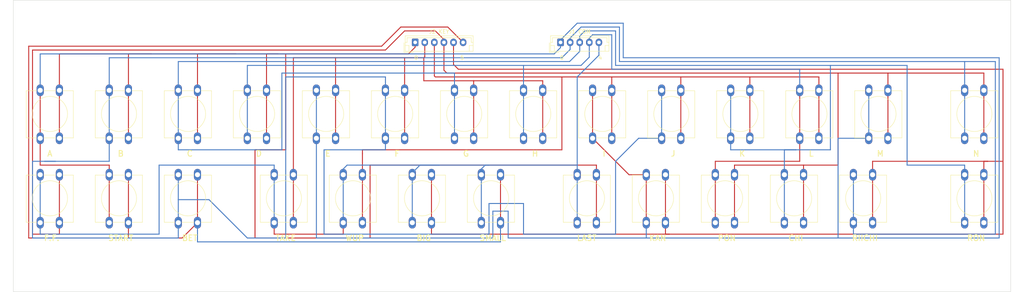
<source format=kicad_pcb>
(kicad_pcb (version 20211014) (generator pcbnew)
  (layers (0 "F.Cu" signal) (31 "B.Cu" signal) (34 "B.Paste" user) (35 "F.Paste" user) (36 "B.SilkS" user "B.Silkscreen") (37 "F.SilkS" user "F.Silkscreen") (38 "B.Mask" user) (39 "F.Mask" user) (44 "Edge.Cuts" user))
  (net 0 "")
  (net 1 "COM0-3")
  (net 2 "COM1-2")
  (net 3 "COM2-6")
  (net 4 "COM3-10")
  (net 5 "COM4-7")
  (net 6 "KEY0-4")
  (net 7 "KEY1-5")
  (net 8 "KEY2-8")
  (net 9 "KEY3-9")
  (net 10 "KEY4-11")
  (net 11 "KEY5-1")
  (footprint "Button_Switch_THT:SW_PUSH-12mm" (layer "F.Cu") (at 153 55 90)
    (fp_text reference "H" (at -4 3 180) (layer "F.SilkS") (effects (font (size 1.5 1.5) (thickness 0.25))))
    (fp_text value "SW_H")
    (pad "1" thru_hole oval (at 12.5 0 90) (size 3.048 1.85) (drill 1.3) (layers *.Cu *.Mask) (net 4 "COM3-10"))
    (pad "1" thru_hole oval (at 0 0 90) (size 3.048 1.85) (drill 1.3) (layers *.Cu *.Mask) (net 4 "COM3-10"))
    (pad "2" thru_hole oval (at 0 5 90) (size 3.048 1.85) (drill 1.3) (layers *.Cu *.Mask) (net 7 "KEY1-5"))
    (pad "2" thru_hole oval (at 12.5 5 90) (size 3.048 1.85) (drill 1.3) (layers *.Cu *.Mask) (net 7 "KEY1-5"))
  )
  (footprint "MountingHole:MountingHole_3.2mm_M3" (layer "F.Cu") (at 26 89)
    (fp_text reference "REF**" hide)
    (fp_text value "MountingHole_3.2mm_M3")
    (pad "" np_thru_hole circle (at 0 0) (size 3.2 3.2) (drill 3.2) (layers *.Cu *.Mask))
  )
  (footprint "MountingHole:MountingHole_3.2mm_M3" (layer "F.Cu") (at 150 25)
    (fp_text reference "REF**" hide)
    (fp_text value "MountingHole_3.2mm_M3")
    (pad "" np_thru_hole circle (at 0 0) (size 3.2 3.2) (drill 3.2) (layers *.Cu *.Mask))
  )
  (footprint "Button_Switch_THT:SW_PUSH-12mm" (layer "F.Cu") (at 63 55 90)
    (fp_text reference "C" (at -4 3 180) (layer "F.SilkS") (effects (font (size 1.5 1.5) (thickness 0.25))))
    (fp_text value "SW_C")
    (pad "1" thru_hole oval (at 0 0 90) (size 3.048 1.85) (drill 1.3) (layers *.Cu *.Mask) (net 3 "COM2-6"))
    (pad "1" thru_hole oval (at 12.5 0 90) (size 3.048 1.85) (drill 1.3) (layers *.Cu *.Mask) (net 3 "COM2-6"))
    (pad "2" thru_hole oval (at 12.5 5 90) (size 3.048 1.85) (drill 1.3) (layers *.Cu *.Mask) (net 6 "KEY0-4"))
    (pad "2" thru_hole oval (at 0 5 90) (size 3.048 1.85) (drill 1.3) (layers *.Cu *.Mask) (net 6 "KEY0-4"))
  )
  (footprint "Button_Switch_THT:SW_PUSH-12mm" (layer "F.Cu") (at 171 55 90)
    (fp_text reference "I" (at -4 3 180) (layer "F.SilkS") (effects (font (size 1.5 1.5) (thickness 0.25))))
    (fp_text value "SW_I")
    (pad "1" thru_hole oval (at 0 0 90) (size 3.048 1.85) (drill 1.3) (layers *.Cu *.Mask) (net 1 "COM0-3"))
    (pad "1" thru_hole oval (at 12.5 0 90) (size 3.048 1.85) (drill 1.3) (layers *.Cu *.Mask) (net 1 "COM0-3"))
    (pad "2" thru_hole oval (at 0 5 90) (size 3.048 1.85) (drill 1.3) (layers *.Cu *.Mask) (net 8 "KEY2-8"))
    (pad "2" thru_hole oval (at 12.5 5 90) (size 3.048 1.85) (drill 1.3) (layers *.Cu *.Mask) (net 8 "KEY2-8"))
  )
  (footprint "Button_Switch_THT:SW_PUSH-12mm" (layer "F.Cu") (at 239 77 90)
    (fp_text reference "RIICHI" (at -4 3 180) (layer "F.SilkS") (effects (font (size 1.5 1.5) (thickness 0.25))))
    (fp_text value "SW_REACH")
    (pad "1" thru_hole oval (at 0 0 90) (size 3.048 1.85) (drill 1.3) (layers *.Cu *.Mask) (net 2 "COM1-2"))
    (pad "1" thru_hole oval (at 12.5 0 90) (size 3.048 1.85) (drill 1.3) (layers *.Cu *.Mask) (net 2 "COM1-2"))
    (pad "2" thru_hole oval (at 0 5 90) (size 3.048 1.85) (drill 1.3) (layers *.Cu *.Mask) (net 10 "KEY4-11"))
    (pad "2" thru_hole oval (at 12.5 5 90) (size 3.048 1.85) (drill 1.3) (layers *.Cu *.Mask) (net 10 "KEY4-11"))
  )
  (footprint "Button_Switch_THT:SW_PUSH-12mm" (layer "F.Cu") (at 268 77 90)
    (fp_text reference "RON" (at -4 3 180) (layer "F.SilkS") (effects (font (size 1.5 1.5) (thickness 0.25))))
    (fp_text value "SW_RON")
    (pad "1" thru_hole oval (at 12.5 0 90) (size 3.048 1.85) (drill 1.3) (layers *.Cu *.Mask) (net 3 "COM2-6"))
    (pad "1" thru_hole oval (at 0 0 90) (size 3.048 1.85) (drill 1.3) (layers *.Cu *.Mask) (net 3 "COM2-6"))
    (pad "2" thru_hole oval (at 0 5 90) (size 3.048 1.85) (drill 1.3) (layers *.Cu *.Mask) (net 10 "KEY4-11"))
    (pad "2" thru_hole oval (at 12.5 5 90) (size 3.048 1.85) (drill 1.3) (layers *.Cu *.Mask) (net 10 "KEY4-11"))
  )
  (footprint "Button_Switch_THT:SW_PUSH-12mm" (layer "F.Cu") (at 185 77 90)
    (fp_text reference "KAN" (at -4 3 180) (layer "F.SilkS") (effects (font (size 1.5 1.5) (thickness 0.25))))
    (fp_text value "SW_KAN")
    (pad "1" thru_hole oval (at 0 0 90) (size 3.048 1.85) (drill 1.3) (layers *.Cu *.Mask) (net 1 "COM0-3"))
    (pad "1" thru_hole oval (at 12.5 0 90) (size 3.048 1.85) (drill 1.3) (layers *.Cu *.Mask) (net 1 "COM0-3"))
    (pad "2" thru_hole oval (at 12.5 5 90) (size 3.048 1.85) (drill 1.3) (layers *.Cu *.Mask) (net 10 "KEY4-11"))
    (pad "2" thru_hole oval (at 0 5 90) (size 3.048 1.85) (drill 1.3) (layers *.Cu *.Mask) (net 10 "KEY4-11"))
  )
  (footprint "MountingHole:MountingHole_3.2mm_M3" (layer "F.Cu") (at 274 25)
    (fp_text reference "REF**" hide)
    (fp_text value "MountingHole_3.2mm_M3")
    (pad "" np_thru_hole circle (at 0 0) (size 3.2 3.2) (drill 3.2) (layers *.Cu *.Mask))
  )
  (footprint "MountingHole:MountingHole_3.2mm_M3" (layer "F.Cu") (at 88 89)
    (fp_text reference "REF**" hide)
    (fp_text value "MountingHole_3.2mm_M3")
    (pad "" np_thru_hole circle (at 0 0) (size 3.2 3.2) (drill 3.2) (layers *.Cu *.Mask))
  )
  (footprint "Button_Switch_THT:SW_PUSH-12mm" (layer "F.Cu") (at 167 77 90)
    (fp_text reference "LAST" (at -4 2.5 180) (layer "F.SilkS") (effects (font (size 1.5 1.5) (thickness 0.25))))
    (fp_text value "SW_LAST")
    (pad "1" thru_hole oval (at 12.5 0 90) (size 3.048 1.85) (drill 1.3) (layers *.Cu *.Mask) (net 5 "COM4-7"))
    (pad "1" thru_hole oval (at 0 0 90) (size 3.048 1.85) (drill 1.3) (layers *.Cu *.Mask) (net 5 "COM4-7"))
    (pad "2" thru_hole oval (at 12.5 5 90) (size 3.048 1.85) (drill 1.3) (layers *.Cu *.Mask) (net 6 "KEY0-4"))
    (pad "2" thru_hole oval (at 0 5 90) (size 3.048 1.85) (drill 1.3) (layers *.Cu *.Mask) (net 6 "KEY0-4"))
  )
  (footprint "Button_Switch_THT:SW_PUSH-12mm" (layer "F.Cu") (at 81 55 90)
    (fp_text reference "D" (at -4 3 180) (layer "F.SilkS") (effects (font (size 1.5 1.5) (thickness 0.25))))
    (fp_text value "SW_D")
    (pad "1" thru_hole oval (at 0 0 90) (size 3.048 1.85) (drill 1.3) (layers *.Cu *.Mask) (net 4 "COM3-10"))
    (pad "1" thru_hole oval (at 12.5 0 90) (size 3.048 1.85) (drill 1.3) (layers *.Cu *.Mask) (net 4 "COM3-10"))
    (pad "2" thru_hole oval (at 0 5 90) (size 3.048 1.85) (drill 1.3) (layers *.Cu *.Mask) (net 6 "KEY0-4"))
    (pad "2" thru_hole oval (at 12.5 5 90) (size 3.048 1.85) (drill 1.3) (layers *.Cu *.Mask) (net 6 "KEY0-4"))
  )
  (footprint "Button_Switch_THT:SW_PUSH-12mm" (layer "F.Cu") (at 207 55 90)
    (fp_text reference "K" (at -4 3 180) (layer "F.SilkS") (effects (font (size 1.5 1.5) (thickness 0.25))))
    (fp_text value "SW_K")
    (pad "1" thru_hole oval (at 0 0 90) (size 3.048 1.85) (drill 1.3) (layers *.Cu *.Mask) (net 3 "COM2-6"))
    (pad "1" thru_hole oval (at 12.5 0 90) (size 3.048 1.85) (drill 1.3) (layers *.Cu *.Mask) (net 3 "COM2-6"))
    (pad "2" thru_hole oval (at 0 5 90) (size 3.048 1.85) (drill 1.3) (layers *.Cu *.Mask) (net 8 "KEY2-8"))
    (pad "2" thru_hole oval (at 12.5 5 90) (size 3.048 1.85) (drill 1.3) (layers *.Cu *.Mask) (net 8 "KEY2-8"))
  )
  (footprint "Button_Switch_THT:SW_PUSH-12mm" (layer "F.Cu") (at 203 77 90)
    (fp_text reference "PON" (at -4 3 180) (layer "F.SilkS") (effects (font (size 1.5 1.5) (thickness 0.25))))
    (fp_text value "SW_PON")
    (pad "1" thru_hole oval (at 0 0 90) (size 3.048 1.85) (drill 1.3) (layers *.Cu *.Mask) (net 4 "COM3-10"))
    (pad "1" thru_hole oval (at 12.5 0 90) (size 3.048 1.85) (drill 1.3) (layers *.Cu *.Mask) (net 4 "COM3-10"))
    (pad "2" thru_hole oval (at 0 5 90) (size 3.048 1.85) (drill 1.3) (layers *.Cu *.Mask) (net 9 "KEY3-9"))
    (pad "2" thru_hole oval (at 12.5 5 90) (size 3.048 1.85) (drill 1.3) (layers *.Cu *.Mask) (net 9 "KEY3-9"))
  )
  (footprint "Button_Switch_THT:SW_PUSH-12mm" (layer "F.Cu") (at 124 77 90)
    (fp_text reference "BIG" (at -4 3 180) (layer "F.SilkS") (effects (font (size 1.5 1.5) (thickness 0.25))))
    (fp_text value "SW_BIG")
    (pad "1" thru_hole oval (at 12.5 0 90) (size 3.048 1.85) (drill 1.3) (layers *.Cu *.Mask) (net 5 "COM4-7"))
    (pad "1" thru_hole oval (at 0 0 90) (size 3.048 1.85) (drill 1.3) (layers *.Cu *.Mask) (net 5 "COM4-7"))
    (pad "2" thru_hole oval (at 0 5 90) (size 3.048 1.85) (drill 1.3) (layers *.Cu *.Mask) (net 10 "KEY4-11"))
    (pad "2" thru_hole oval (at 12.5 5 90) (size 3.048 1.85) (drill 1.3) (layers *.Cu *.Mask) (net 10 "KEY4-11"))
  )
  (footprint "Button_Switch_THT:SW_PUSH-12mm" (layer "F.Cu") (at 268 55 90)
    (fp_text reference "N" (at -4 3 180) (layer "F.SilkS") (effects (font (size 1.5 1.5) (thickness 0.25))))
    (fp_text value "SW_N")
    (pad "1" thru_hole oval (at 12.5 0 90) (size 3.048 1.85) (drill 1.3) (layers *.Cu *.Mask) (net 2 "COM1-2"))
    (pad "1" thru_hole oval (at 0 0 90) (size 3.048 1.85) (drill 1.3) (layers *.Cu *.Mask) (net 2 "COM1-2"))
    (pad "2" thru_hole oval (at 12.5 5 90) (size 3.048 1.85) (drill 1.3) (layers *.Cu *.Mask) (net 9 "KEY3-9"))
    (pad "2" thru_hole oval (at 0 5 90) (size 3.048 1.85) (drill 1.3) (layers *.Cu *.Mask) (net 9 "KEY3-9"))
  )
  (footprint "Button_Switch_THT:SW_PUSH-12mm" (layer "F.Cu") (at 117 55 90)
    (fp_text reference "F" (at -4 3 180) (layer "F.SilkS") (effects (font (size 1.5 1.5) (thickness 0.25))))
    (fp_text value "SW_F")
    (pad "1" thru_hole oval (at 12.5 0 90) (size 3.048 1.85) (drill 1.3) (layers *.Cu *.Mask) (net 2 "COM1-2"))
    (pad "1" thru_hole oval (at 0 0 90) (size 3.048 1.85) (drill 1.3) (layers *.Cu *.Mask) (net 2 "COM1-2"))
    (pad "2" thru_hole oval (at 0 5 90) (size 3.048 1.85) (drill 1.3) (layers *.Cu *.Mask) (net 7 "KEY1-5"))
    (pad "2" thru_hole oval (at 12.5 5 90) (size 3.048 1.85) (drill 1.3) (layers *.Cu *.Mask) (net 7 "KEY1-5"))
  )
  (footprint "Button_Switch_THT:SW_PUSH-12mm" (layer "F.Cu") (at 88 77 90)
    (fp_text reference "TAKE" (at -4 3 180) (layer "F.SilkS") (effects (font (size 1.5 1.5) (thickness 0.25))))
    (fp_text value "SW_TAKE")
    (pad "1" thru_hole oval (at 12.5 0 90) (size 3.048 1.85) (drill 1.3) (layers *.Cu *.Mask) (net 5 "COM4-7"))
    (pad "1" thru_hole oval (at 0 0 90) (size 3.048 1.85) (drill 1.3) (layers *.Cu *.Mask) (net 5 "COM4-7"))
    (pad "2" thru_hole oval (at 0 5 90) (size 3.048 1.85) (drill 1.3) (layers *.Cu *.Mask) (net 7 "KEY1-5"))
    (pad "2" thru_hole oval (at 12.5 5 90) (size 3.048 1.85) (drill 1.3) (layers *.Cu *.Mask) (net 7 "KEY1-5"))
  )
  (footprint "Button_Switch_THT:SW_PUSH-12mm" (layer "F.Cu") (at 135 55 90)
    (fp_text reference "G" (at -4 3 180) (layer "F.SilkS") (effects (font (size 1.5 1.5) (thickness 0.25))))
    (fp_text value "SW_G")
    (pad "1" thru_hole oval (at 12.5 0 90) (size 3.048 1.85) (drill 1.3) (layers *.Cu *.Mask) (net 3 "COM2-6"))
    (pad "1" thru_hole oval (at 0 0 90) (size 3.048 1.85) (drill 1.3) (layers *.Cu *.Mask) (net 3 "COM2-6"))
    (pad "2" thru_hole oval (at 0 5 90) (size 3.048 1.85) (drill 1.3) (layers *.Cu *.Mask) (net 7 "KEY1-5"))
    (pad "2" thru_hole oval (at 12.5 5 90) (size 3.048 1.85) (drill 1.3) (layers *.Cu *.Mask) (net 7 "KEY1-5"))
  )
  (footprint "MountingHole:MountingHole_3.2mm_M3" (layer "F.Cu") (at 88 25)
    (fp_text reference "REF**" hide)
    (fp_text value "MountingHole_3.2mm_M3")
    (pad "" np_thru_hole circle (at 0 0) (size 3.2 3.2) (drill 3.2) (layers *.Cu *.Mask))
  )
  (footprint "Button_Switch_THT:SW_PUSH-12mm" (layer "F.Cu") (at 63 77 90)
    (fp_text reference "BET" (at -4 3 180) (layer "F.SilkS") (effects (font (size 1.5 1.5) (thickness 0.25))))
    (fp_text value "SW_BET")
    (pad "1" thru_hole oval (at 12.5 0 90) (size 3.048 1.85) (drill 1.3) (layers *.Cu *.Mask) (net 2 "COM1-2"))
    (pad "1" thru_hole oval (at 0 0 90) (size 3.048 1.85) (drill 1.3) (layers *.Cu *.Mask) (net 2 "COM1-2"))
    (pad "2" thru_hole oval (at 12.5 5 90) (size 3.048 1.85) (drill 1.3) (layers *.Cu *.Mask) (net 11 "KEY5-1"))
    (pad "2" thru_hole oval (at 0 5 90) (size 3.048 1.85) (drill 1.3) (layers *.Cu *.Mask) (net 11 "KEY5-1"))
  )
  (footprint "MountingHole:MountingHole_3.2mm_M3" (layer "F.Cu") (at 212 25)
    (fp_text reference "REF**" hide)
    (fp_text value "MountingHole_3.2mm_M3")
    (pad "" np_thru_hole circle (at 0 0) (size 3.2 3.2) (drill 3.2) (layers *.Cu *.Mask))
  )
  (footprint "MountingHole:MountingHole_3.2mm_M3" (layer "F.Cu") (at 274 89)
    (fp_text reference "REF**" hide)
    (fp_text value "MountingHole_3.2mm_M3")
    (pad "" np_thru_hole circle (at 0 0) (size 3.2 3.2) (drill 3.2) (layers *.Cu *.Mask))
  )
  (footprint "Connector_JST:JST_EH_B6B-EH-A_1x06_P2.50mm_Vertical" (layer "F.Cu") (at 124.75 30)
    (fp_text reference "J2 KEY" (at 6.25 -2.8) (layer "F.SilkS"))
    (fp_text value "Conn_01x06")
    (pad "1" thru_hole roundrect (at 0 0) (size 1.7 1.95) (drill 0.95) (layers *.Cu *.Mask) (roundrect_rratio 0.1470588235) (net 6 "KEY0-4"))
    (pad "2" thru_hole oval (at 2.5 0) (size 1.7 1.95) (drill 0.95) (layers *.Cu *.Mask) (net 7 "KEY1-5"))
    (pad "3" thru_hole oval (at 5 0) (size 1.7 1.95) (drill 0.95) (layers *.Cu *.Mask) (net 8 "KEY2-8"))
    (pad "4" thru_hole oval (at 7.5 0) (size 1.7 1.95) (drill 0.95) (layers *.Cu *.Mask) (net 9 "KEY3-9"))
    (pad "5" thru_hole oval (at 10 0) (size 1.7 1.95) (drill 0.95) (layers *.Cu *.Mask) (net 10 "KEY4-11"))
    (pad "6" thru_hole oval (at 12.5 0) (size 1.7 1.95) (drill 0.95) (layers *.Cu *.Mask) (net 11 "KEY5-1"))
  )
  (footprint "Button_Switch_THT:SW_PUSH-12mm" (layer "F.Cu") (at 27 77 90)
    (fp_text reference "F.F." (at -4 3 180) (layer "F.SilkS") (effects (font (size 1.5 1.5) (thickness 0.25))))
    (fp_text value "SW_F.F.")
    (pad "1" thru_hole oval (at 12.5 0 90) (size 3.048 1.85) (drill 1.3) (layers *.Cu *.Mask) (net 5 "COM4-7"))
    (pad "1" thru_hole oval (at 0 0 90) (size 3.048 1.85) (drill 1.3) (layers *.Cu *.Mask) (net 5 "COM4-7"))
    (pad "2" thru_hole oval (at 12.5 5 90) (size 3.048 1.85) (drill 1.3) (layers *.Cu *.Mask) (net 9 "KEY3-9"))
    (pad "2" thru_hole oval (at 0 5 90) (size 3.048 1.85) (drill 1.3) (layers *.Cu *.Mask) (net 9 "KEY3-9"))
  )
  (footprint "MountingHole:MountingHole_3.2mm_M3" (layer "F.Cu") (at 150 89)
    (fp_text reference "REF**" hide)
    (fp_text value "MountingHole_3.2mm_M3")
    (pad "" np_thru_hole circle (at 0 0) (size 3.2 3.2) (drill 3.2) (layers *.Cu *.Mask))
  )
  (footprint "Button_Switch_THT:SW_PUSH-12mm" (layer "F.Cu") (at 106 77 90)
    (fp_text reference "WUP" (at -4 3 180) (layer "F.SilkS") (effects (font (size 1.5 1.5) (thickness 0.25))))
    (fp_text value "SW_WUP")
    (pad "1" thru_hole oval (at 0 0 90) (size 3.048 1.85) (drill 1.3) (layers *.Cu *.Mask) (net 5 "COM4-7"))
    (pad "1" thru_hole oval (at 12.5 0 90) (size 3.048 1.85) (drill 1.3) (layers *.Cu *.Mask) (net 5 "COM4-7"))
    (pad "2" thru_hole oval (at 0 5 90) (size 3.048 1.85) (drill 1.3) (layers *.Cu *.Mask) (net 8 "KEY2-8"))
    (pad "2" thru_hole oval (at 12.5 5 90) (size 3.048 1.85) (drill 1.3) (layers *.Cu *.Mask) (net 8 "KEY2-8"))
  )
  (footprint "Button_Switch_THT:SW_PUSH-12mm" (layer "F.Cu") (at 45 77 90)
    (fp_text reference "START" (at -4 3 180) (layer "F.SilkS") (effects (font (size 1.5 1.5) (thickness 0.25))))
    (fp_text value "SW_START")
    (pad "1" thru_hole oval (at 0 0 90) (size 3.048 1.85) (drill 1.3) (layers *.Cu *.Mask) (net 1 "COM0-3"))
    (pad "1" thru_hole oval (at 12.5 0 90) (size 3.048 1.85) (drill 1.3) (layers *.Cu *.Mask) (net 1 "COM0-3"))
    (pad "2" thru_hole oval (at 12.5 5 90) (size 3.048 1.85) (drill 1.3) (layers *.Cu *.Mask) (net 11 "KEY5-1"))
    (pad "2" thru_hole oval (at 0 5 90) (size 3.048 1.85) (drill 1.3) (layers *.Cu *.Mask) (net 11 "KEY5-1"))
  )
  (footprint "Button_Switch_THT:SW_PUSH-12mm" (layer "F.Cu") (at 243 55 90)
    (fp_text reference "M" (at -4 3 180) (layer "F.SilkS") (effects (font (size 1.5 1.5) (thickness 0.25))))
    (fp_text value "SW_M")
    (pad "1" thru_hole oval (at 0 0 90) (size 3.048 1.85) (drill 1.3) (layers *.Cu *.Mask) (net 1 "COM0-3"))
    (pad "1" thru_hole oval (at 12.5 0 90) (size 3.048 1.85) (drill 1.3) (layers *.Cu *.Mask) (net 1 "COM0-3"))
    (pad "2" thru_hole oval (at 12.5 5 90) (size 3.048 1.85) (drill 1.3) (layers *.Cu *.Mask) (net 9 "KEY3-9"))
    (pad "2" thru_hole oval (at 0 5 90) (size 3.048 1.85) (drill 1.3) (layers *.Cu *.Mask) (net 9 "KEY3-9"))
  )
  (footprint "MountingHole:MountingHole_3.2mm_M3" (layer "F.Cu") (at 26 25)
    (fp_text reference "REF**" hide)
    (fp_text value "MountingHole_3.2mm_M3")
    (pad "" np_thru_hole circle (at 0 0) (size 3.2 3.2) (drill 3.2) (layers *.Cu *.Mask))
  )
  (footprint "Button_Switch_THT:SW_PUSH-12mm" (layer "F.Cu") (at 225 55 90)
    (fp_text reference "L" (at -4 3 180) (layer "F.SilkS") (effects (font (size 1.5 1.5) (thickness 0.25))))
    (fp_text value "SW_L")
    (pad "1" thru_hole oval (at 12.5 0 90) (size 3.048 1.85) (drill 1.3) (layers *.Cu *.Mask) (net 4 "COM3-10"))
    (pad "1" thru_hole oval (at 0 0 90) (size 3.048 1.85) (drill 1.3) (layers *.Cu *.Mask) (net 4 "COM3-10"))
    (pad "2" thru_hole oval (at 12.5 5 90) (size 3.048 1.85) (drill 1.3) (layers *.Cu *.Mask) (net 8 "KEY2-8"))
    (pad "2" thru_hole oval (at 0 5 90) (size 3.048 1.85) (drill 1.3) (layers *.Cu *.Mask) (net 8 "KEY2-8"))
  )
  (footprint "Button_Switch_THT:SW_PUSH-12mm" (layer "F.Cu") (at 221 77 90)
    (fp_text reference "CHI" (at -4 3 180) (layer "F.SilkS") (effects (font (size 1.5 1.5) (thickness 0.25))))
    (fp_text value "SW_CHI")
    (pad "1" thru_hole oval (at 0 0 90) (size 3.048 1.85) (drill 1.3) (layers *.Cu *.Mask) (net 3 "COM2-6"))
    (pad "1" thru_hole oval (at 12.5 0 90) (size 3.048 1.85) (drill 1.3) (layers *.Cu *.Mask) (net 3 "COM2-6"))
    (pad "2" thru_hole oval (at 12.5 5 90) (size 3.048 1.85) (drill 1.3) (layers *.Cu *.Mask) (net 9 "KEY3-9"))
    (pad "2" thru_hole oval (at 0 5 90) (size 3.048 1.85) (drill 1.3) (layers *.Cu *.Mask) (net 9 "KEY3-9"))
  )
  (footprint "Button_Switch_THT:SW_PUSH-12mm" (layer "F.Cu") (at 45 55 90)
    (fp_text reference "B" (at -4 3 180) (layer "F.SilkS") (effects (font (size 1.5 1.5) (thickness 0.25))))
    (fp_text value "SW_B")
    (pad "1" thru_hole oval (at 12.5 0 90) (size 3.048 1.85) (drill 1.3) (layers *.Cu *.Mask) (net 2 "COM1-2"))
    (pad "1" thru_hole oval (at 0 0 90) (size 3.048 1.85) (drill 1.3) (layers *.Cu *.Mask) (net 2 "COM1-2"))
    (pad "2" thru_hole oval (at 12.5 5 90) (size 3.048 1.85) (drill 1.3) (layers *.Cu *.Mask) (net 6 "KEY0-4"))
    (pad "2" thru_hole oval (at 0 5 90) (size 3.048 1.85) (drill 1.3) (layers *.Cu *.Mask) (net 6 "KEY0-4"))
  )
  (footprint "Button_Switch_THT:SW_PUSH-12mm" (layer "F.Cu") (at 27 55 90)
    (fp_text reference "A" (at -4 2.5 180) (layer "F.SilkS") (effects (font (size 1.5 1.5) (thickness 0.25))))
    (fp_text value "SW_A")
    (pad "1" thru_hole oval (at 0 0 90) (size 3.048 1.85) (drill 1.3) (layers *.Cu *.Mask) (net 1 "COM0-3"))
    (pad "1" thru_hole oval (at 12.5 0 90) (size 3.048 1.85) (drill 1.3) (layers *.Cu *.Mask) (net 1 "COM0-3"))
    (pad "2" thru_hole oval (at 0 5 90) (size 3.048 1.85) (drill 1.3) (layers *.Cu *.Mask) (net 6 "KEY0-4"))
    (pad "2" thru_hole oval (at 12.5 5 90) (size 3.048 1.85) (drill 1.3) (layers *.Cu *.Mask) (net 6 "KEY0-4"))
  )
  (footprint "Connector_JST:JST_EH_B5B-EH-A_1x05_P2.50mm_Vertical" (layer "F.Cu") (at 162.65 30)
    (fp_text reference "J1 COM" (at 5 -2.8) (layer "F.SilkS"))
    (fp_text value "Conn_01x05")
    (pad "1" thru_hole roundrect (at 0 0) (size 1.7 1.95) (drill 0.95) (layers *.Cu *.Mask) (roundrect_rratio 0.1470588235) (net 1 "COM0-3"))
    (pad "2" thru_hole oval (at 2.5 0) (size 1.7 1.95) (drill 0.95) (layers *.Cu *.Mask) (net 2 "COM1-2"))
    (pad "3" thru_hole oval (at 5 0) (size 1.7 1.95) (drill 0.95) (layers *.Cu *.Mask) (net 3 "COM2-6"))
    (pad "4" thru_hole oval (at 7.5 0) (size 1.7 1.95) (drill 0.95) (layers *.Cu *.Mask) (net 4 "COM3-10"))
    (pad "5" thru_hole oval (at 10 0) (size 1.7 1.95) (drill 0.95) (layers *.Cu *.Mask) (net 5 "COM4-7"))
  )
  (footprint "Button_Switch_THT:SW_PUSH-12mm" (layer "F.Cu") (at 99 55 90)
    (fp_text reference "E" (at -4 3 180) (layer "F.SilkS") (effects (font (size 1.5 1.5) (thickness 0.25))))
    (fp_text value "SW_E")
    (pad "1" thru_hole oval (at 0 0 90) (size 3.048 1.85) (drill 1.3) (layers *.Cu *.Mask) (net 1 "COM0-3"))
    (pad "1" thru_hole oval (at 12.5 0 90) (size 3.048 1.85) (drill 1.3) (layers *.Cu *.Mask) (net 1 "COM0-3"))
    (pad "2" thru_hole oval (at 0 5 90) (size 3.048 1.85) (drill 1.3) (layers *.Cu *.Mask) (net 7 "KEY1-5"))
    (pad "2" thru_hole oval (at 12.5 5 90) (size 3.048 1.85) (drill 1.3) (layers *.Cu *.Mask) (net 7 "KEY1-5"))
  )
  (footprint "Button_Switch_THT:SW_PUSH-12mm" (layer "F.Cu") (at 142 77 90)
    (fp_text reference "SMALL" (at -4 3 180) (layer "F.SilkS") (effects (font (size 1.5 1.5) (thickness 0.25))))
    (fp_text value "SW_SMALL")
    (pad "1" thru_hole oval (at 12.5 0 90) (size 3.048 1.85) (drill 1.3) (layers *.Cu *.Mask) (net 5 "COM4-7"))
    (pad "1" thru_hole oval (at 0 0 90) (size 3.048 1.85) (drill 1.3) (layers *.Cu *.Mask) (net 5 "COM4-7"))
    (pad "2" thru_hole oval (at 12.5 5 90) (size 3.048 1.85) (drill 1.3) (layers *.Cu *.Mask) (net 11 "KEY5-1"))
    (pad "2" thru_hole oval (at 0 5 90) (size 3.048 1.85) (drill 1.3) (layers *.Cu *.Mask) (net 11 "KEY5-1"))
  )
  (footprint "MountingHole:MountingHole_3.2mm_M3" (layer "F.Cu") (at 212 89)
    (fp_text reference "REF**" hide)
    (fp_text value "MountingHole_3.2mm_M3")
    (pad "" np_thru_hole circle (at 0 0) (size 3.2 3.2) (drill 3.2) (layers *.Cu *.Mask))
  )
  (footprint "Button_Switch_THT:SW_PUSH-12mm" (layer "F.Cu") (at 189 55 90)
    (fp_text reference "J" (at -4 3 180) (layer "F.SilkS") (effects (font (size 1.5 1.5) (thickness 0.25))))
    (fp_text value "SW_J")
    (pad "1" thru_hole oval (at 12.5 0 90) (size 3.048 1.85) (drill 1.3) (layers *.Cu *.Mask) (net 2 "COM1-2"))
    (pad "1" thru_hole oval (at 0 0 90) (size 3.048 1.85) (drill 1.3) (layers *.Cu *.Mask) (net 2 "COM1-2"))
    (pad "2" thru_hole oval (at 12.5 5 90) (size 3.048 1.85) (drill 1.3) (layers *.Cu *.Mask) (net 8 "KEY2-8"))
    (pad "2" thru_hole oval (at 0 5 90) (size 3.048 1.85) (drill 1.3) (layers *.Cu *.Mask) (net 8 "KEY2-8"))
  )
  (gr_rect (start 20 19) (end 280 95) (layer "Edge.Cuts") (width 0.1) (fill none))
  (gr_text "5" (at 137 34) (layer "F.SilkS") (effects (font (size 1 1))))
  (gr_text "4" (at 173 34) (layer "F.SilkS") (effects (font (size 1 1))))
  (gr_text "0" (at 163 34) (layer "F.SilkS") (effects (font (size 1 1))))
  (gr_text "0" (at 125 34) (layer "F.SilkS") (effects (font (size 1 1))))
  (segment (start 27 55) (end 27 42.5) (width 0.25) (layer "F.Cu") (net 1))
  (segment (start 171 42.5) (end 171 55) (width 0.25) (layer "F.Cu") (net 1))
  (segment (start 180.5 64.5) (end 171 55) (width 0.25) (layer "F.Cu") (net 1))
  (segment (start 45 77) (end 45 64.5) (width 0.25) (layer "F.Cu") (net 1))
  (segment (start 45 62) (end 27 62) (width 0.25) (layer "F.Cu") (net 1))
  (segment (start 185 64.5) (end 185 77) (width 0.25) (layer "F.Cu") (net 1))
  (segment (start 185 64.5) (end 180.5 64.5) (width 0.25) (layer "F.Cu") (net 1))
  (segment (start 27 62) (end 27 55) (width 0.25) (layer "F.Cu") (net 1))
  (segment (start 45 64.5) (end 45 62) (width 0.25) (layer "F.Cu") (net 1))
  (segment (start 235 80) (end 235 81) (width 0.25) (layer "B.Cu") (net 1))
  (segment (start 145 81) (end 145 74) (width 0.25) (layer "B.Cu") (net 1))
  (segment (start 161 33) (end 27 33) (width 0.25) (layer "B.Cu") (net 1))
  (segment (start 145 74) (end 149 74) (width 0.25) (layer "B.Cu") (net 1))
  (segment (start 99 55) (end 99 42.5) (width 0.25) (layer "B.Cu") (net 1))
  (segment (start 179 34) (end 179 25) (width 0.25) (layer "B.Cu") (net 1))
  (segment (start 243 55) (end 243 42.5) (width 0.25) (layer "B.Cu") (net 1))
  (segment (start 179 25) (end 167 25) (width 0.25) (layer "B.Cu") (net 1))
  (segment (start 162.65 30) (end 162.65 31.35) (width 0.25) (layer "B.Cu") (net 1))
  (segment (start 235 55) (end 235 80) (width 0.25) (layer "B.Cu") (net 1))
  (segment (start 149 81) (end 277 81) (width 0.25) (layer "B.Cu") (net 1))
  (segment (start 185 80) (end 185 81) (width 0.25) (layer "B.Cu") (net 1))
  (segment (start 167 25) (end 162.65 29.35) (width 0.25) (layer "B.Cu") (net 1))
  (segment (start 243 55) (end 235 55) (width 0.25) (layer "B.Cu") (net 1))
  (segment (start 99 81) (end 145 81) (width 0.25) (layer "B.Cu") (net 1))
  (segment (start 185 77) (end 185 80) (width 0.25) (layer "B.Cu") (net 1))
  (segment (start 162.65 29.35) (end 162.65 30) (width 0.25) (layer "B.Cu") (net 1))
  (segment (start 99 55) (end 99 81) (width 0.25) (layer "B.Cu") (net 1))
  (segment (start 162.65 31.35) (end 161 33) (width 0.25) (layer "B.Cu") (net 1))
  (segment (start 27 33) (end 27 42.5) (width 0.25) (layer "B.Cu") (net 1))
  (segment (start 149 74) (end 149 81) (width 0.25) (layer "B.Cu") (net 1))
  (segment (start 277 81) (end 277 34) (width 0.25) (layer "B.Cu") (net 1))
  (segment (start 277 34) (end 179 34) (width 0.25) (layer "B.Cu") (net 1))
  (segment (start 177 61) (end 177 80) (width 0.25) (layer "B.Cu") (net 2))
  (segment (start 144 80) (end 101 80) (width 0.25) (layer "B.Cu") (net 2))
  (segment (start 101 80) (end 101 58) (width 0.25) (layer "B.Cu") (net 2))
  (segment (start 165.15 31.85) (end 165.15 30) (width 0.25) (layer "B.Cu") (net 2))
  (segment (start 165.15 28.85) (end 165.15 30) (width 0.25) (layer "B.Cu") (net 2))
  (segment (start 178 35) (end 178 26) (width 0.25) (layer "B.Cu") (net 2))
  (segment (start 239 80) (end 276 80) (width 0.25) (layer "B.Cu") (net 2))
  (segment (start 45 42.5) (end 45 34) (width 0.25) (layer "B.Cu") (net 2))
  (segment (start 63 77) (end 63 81) (width 0.25) (layer "B.Cu") (net 2))
  (segment (start 71 71) (end 63 71) (width 0.25) (layer "B.Cu") (net 2))
  (segment (start 239 64.5) (end 239 77) (width 0.25) (layer "B.Cu") (net 2))
  (segment (start 25 64.133233) (end 25 61) (width 0.25) (layer "B.Cu") (net 2))
  (segment (start 101 58) (end 117 58) (width 0.25) (layer "B.Cu") (net 2))
  (segment (start 63 64.5) (end 63 71) (width 0.25) (layer "B.Cu") (net 2))
  (segment (start 189 42.5) (end 189 55) (width 0.25) (layer "B.Cu") (net 2))
  (segment (start 189 55) (end 183 55) (width 0.25) (layer "B.Cu") (net 2))
  (segment (start 25 61) (end 31 61) (width 0.25) (layer "B.Cu") (net 2))
  (segment (start 45 61) (end 45 55) (width 0.25) (layer "B.Cu") (net 2))
  (segment (start 45 55) (end 45 42.5) (width 0.25) (layer "B.Cu") (net 2))
  (segment (start 268 35) (end 178 35) (width 0.25) (layer "B.Cu") (net 2))
  (segment (start 268 55) (end 268 42.5) (width 0.25) (layer "B.Cu") (net 2))
  (segment (start 178 26) (end 168 26) (width 0.25) (layer "B.Cu") (net 2))
  (segment (start 239 77) (end 239 80) (width 0.25) (layer "B.Cu") (net 2))
  (segment (start 91 39) (end 91 81) (width 0.25) (layer "B.Cu") (net 2))
  (segment (start 117 39) (end 91 39) (width 0.25) (layer "B.Cu") (net 2))
  (segment (start 144 72) (end 144 80) (width 0.25) (layer "B.Cu") (net 2))
  (segment (start 153 80) (end 153 72) (width 0.25) (layer "B.Cu") (net 2))
  (segment (start 276 80) (end 276 35) (width 0.25) (layer "B.Cu") (net 2))
  (segment (start 25 81) (end 25 64.133233) (width 0.25) (layer "B.Cu") (net 2))
  (segment (start 45 34) (end 163 34) (width 0.25) (layer "B.Cu") (net 2))
  (segment (start 117 58) (end 117 55) (width 0.25) (layer "B.Cu") (net 2))
  (segment (start 153 72) (end 144 72) (width 0.25) (layer "B.Cu") (net 2))
  (segment (start 81 81) (end 71 71) (width 0.25) (layer "B.Cu") (net 2))
  (segment (start 63 81) (end 25 81) (width 0.25) (layer "B.Cu") (net 2))
  (segment (start 168 26) (end 165.15 28.85) (width 0.25) (layer "B.Cu") (net 2))
  (segment (start 63 71) (end 63 77) (width 0.25) (layer "B.Cu") (net 2))
  (segment (start 268 42.5) (end 268 35) (width 0.25) (layer "B.Cu") (net 2))
  (segment (start 276 35) (end 268 35) (width 0.25) (layer "B.Cu") (net 2))
  (segment (start 28.133233 61) (end 45 61) (width 0.25) (layer "B.Cu") (net 2))
  (segment (start 117 42.5) (end 117 39) (width 0.25) (layer "B.Cu") (net 2))
  (segment (start 183 55) (end 177 61) (width 0.25) (layer "B.Cu") (net 2))
  (segment (start 177 80) (end 153 80) (width 0.25) (layer "B.Cu") (net 2))
  (segment (start 117 55) (end 117 42.5) (width 0.25) (layer "B.Cu") (net 2))
  (segment (start 163 34) (end 165.15 31.85) (width 0.25) (layer "B.Cu") (net 2))
  (segment (start 91 81) (end 81 81) (width 0.25) (layer "B.Cu") (net 2))
  (segment (start 177 36) (end 177 27) (width 0.25) (layer "B.Cu") (net 3))
  (segment (start 135 38) (end 90 38) (width 0.25) (layer "B.Cu") (net 3))
  (segment (start 221 58) (end 224 58) (width 0.25) (layer "B.Cu") (net 3))
  (segment (start 63 55) (end 63 42.5) (width 0.25) (layer "B.Cu") (net 3))
  (segment (start 135 42.5) (end 135 55) (width 0.25) (layer "B.Cu") (net 3))
  (segment (start 90 38) (end 90 58) (width 0.25) (layer "B.Cu") (net 3))
  (segment (start 207 55) (end 207 58) (width 0.25) (layer "B.Cu") (net 3))
  (segment (start 165 35) (end 167.65 32.35) (width 0.25) (layer "B.Cu") (net 3))
  (segment (start 221 64.5) (end 221 58) (width 0.25) (layer "B.Cu") (net 3))
  (segment (start 63 42.5) (end 63 35) (width 0.25) (layer "B.Cu") (net 3))
  (segment (start 167.65 28.35) (end 167.65 30) (width 0.25) (layer "B.Cu") (net 3))
  (segment (start 221 77) (end 221 64.5) (width 0.25) (layer "B.Cu") (net 3))
  (segment (start 63 58) (end 63 55) (width 0.25) (layer "B.Cu") (net 3))
  (segment (start 207 55) (end 207 42.5) (width 0.25) (layer "B.Cu") (net 3))
  (segment (start 253 62) (end 253 36) (width 0.25) (layer "B.Cu") (net 3))
  (segment (start 253 36) (end 233 36) (width 0.25) (layer "B.Cu") (net 3))
  (segment (start 268 77) (end 268 64.5) (width 0.25) (layer "B.Cu") (net 3))
  (segment (start 268 64.5) (end 268 62) (width 0.25) (layer "B.Cu") (net 3))
  (segment (start 233 36) (end 177 36) (width 0.25) (layer "B.Cu") (net 3))
  (segment (start 207 58) (end 224 58) (width 0.25) (layer "B.Cu") (net 3))
  (segment (start 268 62) (end 253 62) (width 0.25) (layer "B.Cu") (net 3))
  (segment (start 224 58) (end 233 58) (width 0.25) (layer "B.Cu") (net 3))
  (segment (start 169 27) (end 167.65 28.35) (width 0.25) (layer "B.Cu") (net 3))
  (segment (start 233 58) (end 233 36) (width 0.25) (layer "B.Cu") (net 3))
  (segment (start 177 27) (end 169 27) (width 0.25) (layer "B.Cu") (net 3))
  (segment (start 135 42.5) (end 135 38) (width 0.25) (layer "B.Cu") (net 3))
  (segment (start 63 35) (end 165 35) (width 0.25) (layer "B.Cu") (net 3))
  (segment (start 167.65 32.35) (end 167.65 30) (width 0.25) (layer "B.Cu") (net 3))
  (segment (start 90 58) (end 63 58) (width 0.25) (layer "B.Cu") (net 3))
  (segment (start 203 61) (end 225 61) (width 0.25) (layer "F.Cu") (net 4))
  (segment (start 203 64.5) (end 203 61) (width 0.25) (layer "F.Cu") (net 4))
  (segment (start 225 61) (end 225 55) (width 0.25) (layer "F.Cu") (net 4))
  (segment (start 203 64.5) (end 203 77) (width 0.25) (layer "F.Cu") (net 4))
  (segment (start 225 55) (end 225 42.5) (width 0.25) (layer "F.Cu") (net 4))
  (segment (start 81 36) (end 153 36) (width 0.25) (layer "B.Cu") (net 4))
  (segment (start 170.15 28.85) (end 170.15 30) (width 0.25) (layer "B.Cu") (net 4))
  (segment (start 168 36) (end 170.15 33.85) (width 0.25) (layer "B.Cu") (net 4))
  (segment (start 170.15 33.85) (end 170.15 30) (width 0.25) (layer "B.Cu") (net 4))
  (segment (start 81 42.5) (end 81 36) (width 0.25) (layer "B.Cu") (net 4))
  (segment (start 225 42.5) (end 225 37) (width 0.25) (layer "B.Cu") (net 4))
  (segment (start 81 55) (end 81 42.5) (width 0.25) (layer "B.Cu") (net 4))
  (segment (start 153 42.5) (end 153 36) (width 0.25) (layer "B.Cu") (net 4))
  (segment (start 153 55) (end 153 42.5) (width 0.25) (layer "B.Cu") (net 4))
  (segment (start 225 37) (end 176 37) (width 0.25) (layer "B.Cu") (net 4))
  (segment (start 176 28) (end 171 28) (width 0.25) (layer "B.Cu") (net 4))
  (segment (start 153 36) (end 168 36) (width 0.25) (layer "B.Cu") (net 4))
  (segment (start 176 37) (end 176 28) (width 0.25) (layer "B.Cu") (net 4))
  (segment (start 171 28) (end 170.15 28.85) (width 0.25) (layer "B.Cu") (net 4))
  (segment (start 106 80) (end 106 77) (width 0.25) (layer "F.Cu") (net 5))
  (segment (start 88 80) (end 106 80) (width 0.25) (layer "F.Cu") (net 5))
  (segment (start 88 77) (end 88 80) (width 0.25) (layer "F.Cu") (net 5))
  (segment (start 58 80) (end 58 62) (width 0.25) (layer "B.Cu") (net 5))
  (segment (start 167 64.5) (end 167 62) (width 0.25) (layer "B.Cu") (net 5))
  (segment (start 27 80) (end 58 80) (width 0.25) (layer "B.Cu") (net 5))
  (segment (start 124 64.5) (end 124 64) (width 0.25) (layer "B.Cu") (net 5))
  (segment (start 167 62) (end 167 39) (width 0.25) (layer "B.Cu") (net 5))
  (segment (start 167 39) (end 172.65 33.35) (width 0.25) (layer "B.Cu") (net 5))
  (segment (start 124 64) (end 126 62) (width 0.25) (layer "B.Cu") (net 5))
  (segment (start 88 64.5) (end 88 77) (width 0.25) (layer "B.Cu") (net 5))
  (segment (start 172.65 33.35) (end 172.65 30) (width 0.25) (layer "B.Cu") (net 5))
  (segment (start 88 62) (end 88 64.5) (width 0.25) (layer "B.Cu") (net 5))
  (segment (start 124 77) (end 124 64.5) (width 0.25) (layer "B.Cu") (net 5))
  (segment (start 106 63) (end 107 62) (width 0.25) (layer "B.Cu") (net 5))
  (segment (start 167 77) (end 167 64.5) (width 0.25) (layer "B.Cu") (net 5))
  (segment (start 142 63) (end 143 62) (width 0.25) (layer "B.Cu") (net 5))
  (segment (start 58 62) (end 88 62) (width 0.25) (layer "B.Cu") (net 5))
  (segment (start 144 62) (end 167 62) (width 0.25) (layer "B.Cu") (net 5))
  (segment (start 27 64.5) (end 27 77) (width 0.25) (layer "B.Cu") (net 5))
  (segment (start 131 62) (end 144 62) (width 0.25) (layer "B.Cu") (net 5))
  (segment (start 106 77) (end 106 64.5) (width 0.25) (layer "B.Cu") (net 5))
  (segment (start 142 77) (end 142 64.5) (width 0.25) (layer "B.Cu") (net 5))
  (segment (start 126 62) (end 131 62) (width 0.25) (layer "B.Cu") (net 5))
  (segment (start 143 62) (end 144 62) (width 0.25) (layer "B.Cu") (net 5))
  (segment (start 142 64.5) (end 142 63) (width 0.25) (layer "B.Cu") (net 5))
  (segment (start 27 77) (end 27 80) (width 0.25) (layer "B.Cu") (net 5))
  (segment (start 107 62) (end 131 62) (width 0.25) (layer "B.Cu") (net 5))
  (segment (start 106 64.5) (end 106 63) (width 0.25) (layer "B.Cu") (net 5))
  (segment (start 91 33) (end 123 33) (width 0.25) (layer "F.Cu") (net 6))
  (segment (start 113 81) (end 83 81) (width 0.25) (layer "F.Cu") (net 6))
  (segment (start 123 33) (end 124.75 31.25) (width 0.25) (layer "F.Cu") (net 6))
  (segment (start 50 42.5) (end 50 33) (width 0.25) (layer "F.Cu") (net 6))
  (segment (start 68 33) (end 78 33) (width 0.25) (layer "F.Cu") (net 6))
  (segment (start 83 81) (end 83 58) (width 0.25) (layer "F.Cu") (net 6))
  (segment (start 124.75 31.25) (end 124.75 30) (width 0.25) (layer "F.Cu") (net 6))
  (segment (start 50 55) (end 50 42.5) (width 0.25) (layer "F.Cu") (net 6))
  (segment (start 172 64.5) (end 172 77) (width 0.25) (layer "F.Cu") (net 6))
  (segment (start 89 33) (end 91 33) (width 0.25) (layer "F.Cu") (net 6))
  (segment (start 56 33) (end 78 33) (width 0.25) (layer "F.Cu") (net 6))
  (segment (start 91 58) (end 91 33) (width 0.25) (layer "F.Cu") (net 6))
  (segment (start 78 33) (end 89 33) (width 0.25) (layer "F.Cu") (net 6))
  (segment (start 86 42.5) (end 86 33) (width 0.25) (layer "F.Cu") (net 6))
  (segment (start 172 64.5) (end 172 62) (width 0.25) (layer "F.Cu") (net 6))
  (segment (start 86 55) (end 86 42.5) (width 0.25) (layer "F.Cu") (net 6))
  (segment (start 86 33) (end 89 33) (width 0.25) (layer "F.Cu") (net 6))
  (segment (start 172 62) (end 113 62) (width 0.25) (layer "F.Cu") (net 6))
  (segment (start 50 33) (end 56 33) (width 0.25) (layer "F.Cu") (net 6))
  (segment (start 113 62) (end 113 81) (width 0.25) (layer "F.Cu") (net 6))
  (segment (start 68 42.5) (end 68 33) (width 0.25) (layer "F.Cu") (net 6))
  (segment (start 32 55) (end 32 42.5) (width 0.25) (layer "F.Cu") (net 6))
  (segment (start 32 33) (end 56 33) (width 0.25) (layer "F.Cu") (net 6))
  (segment (start 32 42.5) (end 32 33) (width 0.25) (layer "F.Cu") (net 6))
  (segment (start 68 55) (end 68 42.5) (width 0.25) (layer "F.Cu") (net 6))
  (segment (start 83 58) (end 91 58) (width 0.25) (layer "F.Cu") (net 6))
  (segment (start 104 55) (end 104 42.5) (width 0.25) (layer "F.Cu") (net 7))
  (segment (start 104 34) (end 127 34) (width 0.25) (layer "F.Cu") (net 7))
  (segment (start 93 64.5) (end 93 34) (width 0.25) (layer "F.Cu") (net 7))
  (segment (start 93 34) (end 104 34) (width 0.25) (layer "F.Cu") (net 7))
  (segment (start 140 55) (end 140 42.5) (width 0.25) (layer "F.Cu") (net 7))
  (segment (start 140 42.5) (end 140 40) (width 0.25) (layer "F.Cu") (net 7))
  (segment (start 158 42.5) (end 158 40) (width 0.25) (layer "F.Cu") (net 7))
  (segment (start 127 40) (end 127 34) (width 0.25) (layer "F.Cu") (net 7))
  (segment (start 127 34) (end 127.25 33.75) (width 0.25) (layer "F.Cu") (net 7))
  (segment (start 158 55) (end 158 42.5) (width 0.25) (layer "F.Cu") (net 7))
  (segment (start 93 77) (end 93 64.5) (width 0.25) (layer "F.Cu") (net 7))
  (segment (start 104 42.5) (end 104 34) (width 0.25) (layer "F.Cu") (net 7))
  (segment (start 127.25 33.75) (end 127.25 30) (width 0.25) (layer "F.Cu") (net 7))
  (segment (start 140 40) (end 127 40) (width 0.25) (layer "F.Cu") (net 7))
  (segment (start 122 55) (end 122 42.5) (width 0.25) (layer "F.Cu") (net 7))
  (segment (start 122 42.5) (end 122 34) (width 0.25) (layer "F.Cu") (net 7))
  (segment (start 158 40) (end 140 40) (width 0.25) (layer "F.Cu") (net 7))
  (segment (start 111 59) (end 111 58) (width 0.25) (layer "F.Cu") (net 8))
  (segment (start 194 55) (end 194 42.5) (width 0.25) (layer "F.Cu") (net 8))
  (segment (start 129.75 38.75) (end 129.75 30) (width 0.25) (layer "F.Cu") (net 8))
  (segment (start 230 42.5) (end 230 39) (width 0.25) (layer "F.Cu") (net 8))
  (segment (start 212 55) (end 212 42.5) (width 0.25) (layer "F.Cu") (net 8))
  (segment (start 130 39) (end 129.75 38.75) (width 0.25) (layer "F.Cu") (net 8))
  (segment (start 212 39) (end 194 39) (width 0.25) (layer "F.Cu") (net 8))
  (segment (start 176 55) (end 176 42.5) (width 0.25) (layer "F.Cu") (net 8))
  (segment (start 111 58) (end 163 58) (width 0.25) (layer "F.Cu") (net 8))
  (segment (start 194 42.5) (end 194 39) (width 0.25) (layer "F.Cu") (net 8))
  (segment (start 230 39) (end 212 39) (width 0.25) (layer "F.Cu") (net 8))
  (segment (start 230 55) (end 230 42.5) (width 0.25) (layer "F.Cu") (net 8))
  (segment (start 176 42.5) (end 176 39) (width 0.25) (layer "F.Cu") (net 8))
  (segment (start 111 77) (end 111 64.5) (width 0.25) (layer "F.Cu") (net 8))
  (segment (start 194 39) (end 176 39) (width 0.25) (layer "F.Cu") (net 8))
  (segment (start 176 39) (end 130 39) (width 0.25) (layer "F.Cu") (net 8))
  (segment (start 111 64.5) (end 111 59) (width 0.25) (layer "F.Cu") (net 8))
  (segment (start 163 58) (end 163 39) (width 0.25) (layer "F.Cu") (net 8))
  (segment (start 212 42.5) (end 212 39) (width 0.25) (layer "F.Cu") (net 8))
  (segment (start 117 32) (end 122 27) (width 0.25) (layer "F.Cu") (net 9))
  (segment (start 32 80) (end 25 80) (width 0.25) (layer "F.Cu") (net 9))
  (segment (start 208 77) (end 208 64.5) (width 0.25) (layer "F.Cu") (net 9))
  (segment (start 32 77) (end 32 64.5) (width 0.25) (layer "F.Cu") (net 9))
  (segment (start 133 38) (end 132.25 37.25) (width 0.25) (layer "F.Cu") (net 9))
  (segment (start 226 62) (end 235 62) (width 0.25) (layer "F.Cu") (net 9))
  (segment (start 273 55) (end 273 42.5) (width 0.25) (layer "F.Cu") (net 9))
  (segment (start 208 64.5) (end 208 62) (width 0.25) (layer "F.Cu") (net 9))
  (segment (start 248 55) (end 248 42.5) (width 0.25) (layer "F.Cu") (net 9))
  (segment (start 248 38) (end 235 38) (width 0.25) (layer "F.Cu") (net 9))
  (segment (start 132.25 29.25) (end 132.25 30) (width 0.25) (layer "F.Cu") (net 9))
  (segment (start 25 80) (end 25 32) (width 0.25) (layer "F.Cu") (net 9))
  (segment (start 130 27) (end 132.25 29.25) (width 0.25) (layer "F.Cu") (net 9))
  (segment (start 248 42.5) (end 248 38) (width 0.25) (layer "F.Cu") (net 9))
  (segment (start 208 62) (end 226 62) (width 0.25) (layer "F.Cu") (net 9))
  (segment (start 32 77) (end 32 80) (width 0.25) (layer "F.Cu") (net 9))
  (segment (start 273 38) (end 248 38) (width 0.25) (layer "F.Cu") (net 9))
  (segment (start 235 62) (end 235 38) (width 0.25) (layer "F.Cu") (net 9))
  (segment (start 235 38) (end 133 38) (width 0.25) (layer "F.Cu") (net 9))
  (segment (start 273 42.5) (end 273 38) (width 0.25) (layer "F.Cu") (net 9))
  (segment (start 122 27) (end 130 27) (width 0.25) (layer "F.Cu") (net 9))
  (segment (start 132.25 37.25) (end 132.25 30) (width 0.25) (layer "F.Cu") (net 9))
  (segment (start 226 64.5) (end 226 62) (width 0.25) (layer "F.Cu") (net 9))
  (segment (start 25 32) (end 117 32) (width 0.25) (layer "F.Cu") (net 9))
  (segment (start 226 77) (end 226 64.5) (width 0.25) (layer "F.Cu") (net 9))
  (segment (start 244 64.5) (end 244 61) (width 0.25) (layer "F.Cu") (net 10))
  (segment (start 273 77) (end 273 64.5) (width 0.25) (layer "F.Cu") (net 10))
  (segment (start 136 37) (end 134.75 35.75) (width 0.25) (layer "F.Cu") (net 10))
  (segment (start 191 80) (end 278 80) (width 0.25) (layer "F.Cu") (net 10))
  (segment (start 190 77) (end 190 80) (width 0.25) (layer "F.Cu") (net 10))
  (segment (start 273 61) (end 274 61) (width 0.25) (layer "F.Cu") (net 10))
  (segment (start 129 77) (end 129 80) (width 0.25) (layer "F.Cu") (net 10))
  (segment (start 244 61) (end 274 61) (width 0.25) (layer "F.Cu") (net 10))
  (segment (start 278 80) (end 278 61) (width 0.25) (layer "F.Cu") (net 10))
  (segment (start 278 37) (end 136 37) (width 0.25) (layer "F.Cu") (net 10))
  (segment (start 278 61) (end 278 37) (width 0.25) (layer "F.Cu") (net 10))
  (segment (start 190 77) (end 190 64.5) (width 0.25) (layer "F.Cu") (net 10))
  (segment (start 134.75 35.75) (end 134.75 30) (width 0.25) (layer "F.Cu") (net 10))
  (segment (start 274 61) (end 278 61) (width 0.25) (layer "F.Cu") (net 10))
  (segment (start 244 77) (end 244 64.5) (width 0.25) (layer "F.Cu") (net 10))
  (segment (start 129 80) (end 191 80) (width 0.25) (layer "F.Cu") (net 10))
  (segment (start 129 77) (end 129 64.5) (width 0.25) (layer "F.Cu") (net 10))
  (segment (start 273 64.5) (end 273 61) (width 0.25) (layer "F.Cu") (net 10))
  (segment (start 190 80) (end 191 80) (width 0.25) (layer "F.Cu") (net 10))
  (segment (start 24 31) (end 116 31) (width 0.25) (layer "F.Cu") (net 11))
  (segment (start 133.25 26) (end 137.25 30) (width 0.25) (layer "F.Cu") (net 11))
  (segment (start 24 81) (end 24 31) (width 0.25) (layer "F.Cu") (net 11))
  (segment (start 68 64.5) (end 68 77) (width 0.25) (layer "F.Cu") (net 11))
  (segment (start 116 31) (end 121 26) (width 0.25) (layer "F.Cu") (net 11))
  (segment (start 50 64.5) (end 50 77) (width 0.25) (layer "F.Cu") (net 11))
  (segment (start 64 81) (end 24 81) (width 0.25) (layer "F.Cu") (net 11))
  (segment (start 121 26) (end 133.25 26) (width 0.25) (layer "F.Cu") (net 11))
  (segment (start 68 77) (end 64 81) (width 0.25) (layer "F.Cu") (net 11))
  (segment (start 147 64.5) (end 147 77) (width 0.25) (layer "F.Cu") (net 11))
  (segment (start 50 77) (end 50 81) (width 0.25) (layer "F.Cu") (net 11))
  (segment (start 147 77) (end 147 82) (width 0.25) (layer "B.Cu") (net 11))
  (segment (start 147 82) (end 68 82) (width 0.25) (layer "B.Cu") (net 11))
  (segment (start 68 82) (end 68 77) (width 0.25) (layer "B.Cu") (net 11))
)
</source>
